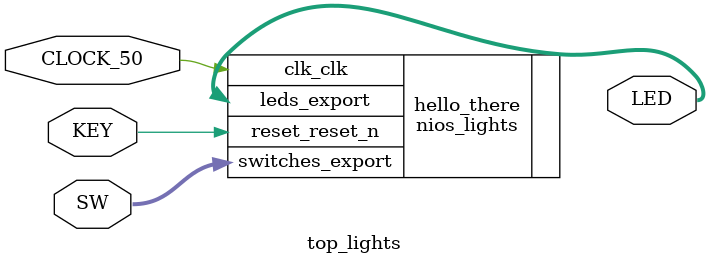
<source format=v>
module top_lights(LED, SW, KEY, CLOCK_50);
	input KEY, CLOCK_50;
	input[7:0] SW;
	output[7:0] LED;

	nios_lights hello_there (.clk_clk(CLOCK_50), .reset_reset_n(KEY), .switches_export(SW), .leds_export(LED));

endmodule
</source>
